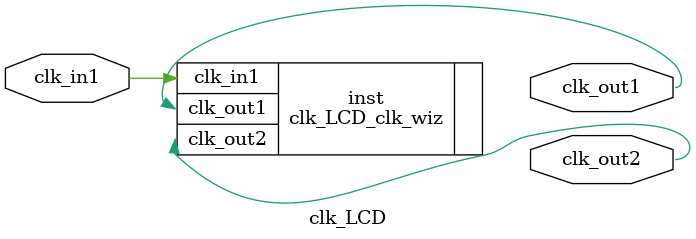
<source format=v>


`timescale 1ps/1ps

(* CORE_GENERATION_INFO = "clk_LCD,clk_wiz_v6_0_3_0_0,{component_name=clk_LCD,use_phase_alignment=true,use_min_o_jitter=false,use_max_i_jitter=false,use_dyn_phase_shift=false,use_inclk_switchover=false,use_dyn_reconfig=false,enable_axi=0,feedback_source=FDBK_AUTO,PRIMITIVE=MMCM,num_out_clk=2,clkin1_period=20.000,clkin2_period=10.0,use_power_down=false,use_reset=false,use_locked=false,use_inclk_stopped=false,feedback_type=SINGLE,CLOCK_MGR_TYPE=NA,manual_override=false}" *)

module clk_LCD 
 (
  // Clock out ports
  output        clk_out1,
  output        clk_out2,
 // Clock in ports
  input         clk_in1
 );

  clk_LCD_clk_wiz inst
  (
  // Clock out ports  
  .clk_out1(clk_out1),
  .clk_out2(clk_out2),
 // Clock in ports
  .clk_in1(clk_in1)
  );

endmodule

</source>
